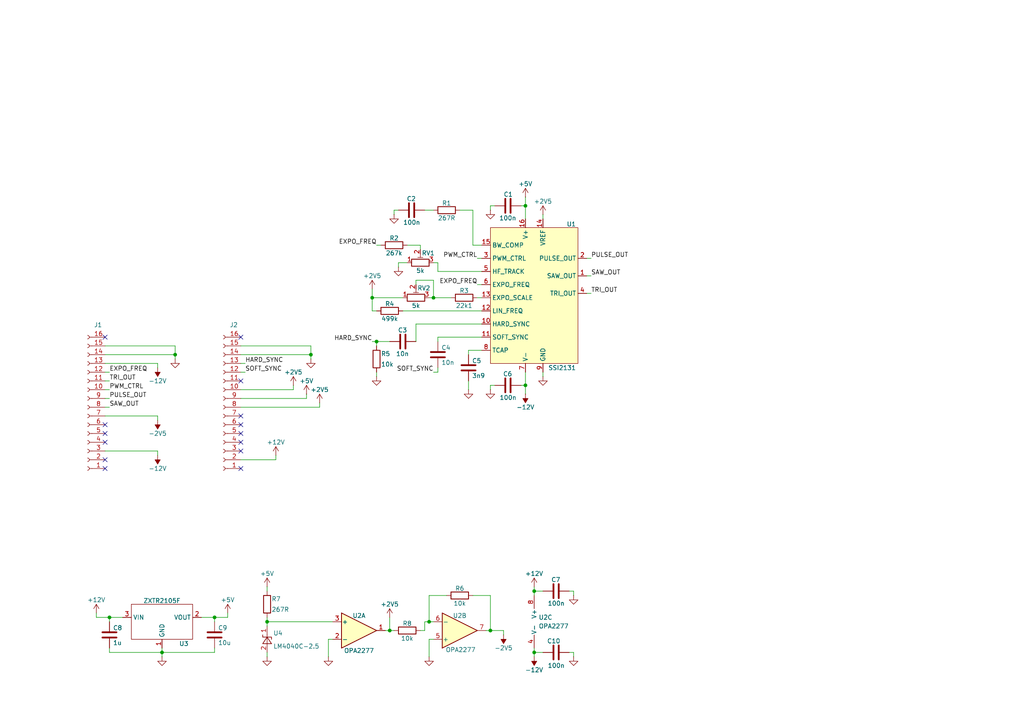
<source format=kicad_sch>
(kicad_sch (version 20231120) (generator "eeschema") (generator_version "8.0")
  (paper "A4")
  (title_block (title "SSI2131 Prototype Board") (date "2024-11-10") (rev "v0.1") (company "Ora Elektra"))
  (lib_symbols
    (symbol "Amplifier_Operational:OPA2277" (pin_names (offset 0.127))
      (property "Reference" "U" (at 0 5.08 0))
      (property "Value" "OPA2277" (at 0 -5.08 0))
      (symbol "OPA2277_1_1"
        (polyline (pts (xy -5.08 5.08) (xy 5.08 0) (xy -5.08 -5.08) (xy -5.08 5.08)) (stroke (width 0.254)) (fill (type background)))
        (pin output line (at 7.62 0 180) (length 2.54) (name "~") (number "1"))
        (pin input line (at -7.62 -2.54 0) (length 2.54) (name "-") (number "2"))
        (pin input line (at -7.62 2.54 0) (length 2.54) (name "+") (number "3"))
      )
      (symbol "OPA2277_2_1"
        (polyline (pts (xy -5.08 5.08) (xy 5.08 0) (xy -5.08 -5.08) (xy -5.08 5.08)) (stroke (width 0.254)) (fill (type background)))
        (pin input line (at -7.62 2.54 0) (length 2.54) (name "+") (number "5"))
        (pin input line (at -7.62 -2.54 0) (length 2.54) (name "-") (number "6"))
        (pin output line (at 7.62 0 180) (length 2.54) (name "~") (number "7"))
      )
      (symbol "OPA2277_3_1"
        (pin power_in line (at -2.54 -7.62 90) (length 3.81) (name "V-") (number "4"))
        (pin power_in line (at -2.54 7.62 270) (length 3.81) (name "V+") (number "8"))
      )
    )
    (symbol "Connector:Conn_01x16_Socket" (pin_names (offset 1.016) hide)
      (property "Reference" "J" (at 0 20.32 0))
      (property "Value" "Conn_01x16_Socket" (at 0 -22.86 0))
      (symbol "Conn_01x16_Socket_1_1"
        (arc (start 0 -19.812) (mid -0.5058 -20.32) (end 0 -20.828) (stroke (width 0.1524)))
        (arc (start 0 -17.272) (mid -0.5058 -17.78) (end 0 -18.288) (stroke (width 0.1524)))
        (arc (start 0 -14.732) (mid -0.5058 -15.24) (end 0 -15.748) (stroke (width 0.1524)))
        (arc (start 0 -12.192) (mid -0.5058 -12.7) (end 0 -13.208) (stroke (width 0.1524)))
        (arc (start 0 -9.652) (mid -0.5058 -10.16) (end 0 -10.668) (stroke (width 0.1524)))
        (arc (start 0 -7.112) (mid -0.5058 -7.62) (end 0 -8.128) (stroke (width 0.1524)))
        (arc (start 0 -4.572) (mid -0.5058 -5.08) (end 0 -5.588) (stroke (width 0.1524)))
        (arc (start 0 -2.032) (mid -0.5058 -2.54) (end 0 -3.048) (stroke (width 0.1524)))
        (polyline (pts (xy -1.27 -20.32) (xy -0.508 -20.32)) (stroke (width 0.1524)))
        (polyline (pts (xy -1.27 -17.78) (xy -0.508 -17.78)) (stroke (width 0.1524)))
        (polyline (pts (xy -1.27 -15.24) (xy -0.508 -15.24)) (stroke (width 0.1524)))
        (polyline (pts (xy -1.27 -12.7) (xy -0.508 -12.7)) (stroke (width 0.1524)))
        (polyline (pts (xy -1.27 -10.16) (xy -0.508 -10.16)) (stroke (width 0.1524)))
        (polyline (pts (xy -1.27 -7.62) (xy -0.508 -7.62)) (stroke (width 0.1524)))
        (polyline (pts (xy -1.27 -5.08) (xy -0.508 -5.08)) (stroke (width 0.1524)))
        (polyline (pts (xy -1.27 -2.54) (xy -0.508 -2.54)) (stroke (width 0.1524)))
        (polyline (pts (xy -1.27 0) (xy -0.508 0)) (stroke (width 0.1524)))
        (polyline (pts (xy -1.27 2.54) (xy -0.508 2.54)) (stroke (width 0.1524)))
        (polyline (pts (xy -1.27 5.08) (xy -0.508 5.08)) (stroke (width 0.1524)))
        (polyline (pts (xy -1.27 7.62) (xy -0.508 7.62)) (stroke (width 0.1524)))
        (polyline (pts (xy -1.27 10.16) (xy -0.508 10.16)) (stroke (width 0.1524)))
        (polyline (pts (xy -1.27 12.7) (xy -0.508 12.7)) (stroke (width 0.1524)))
        (polyline (pts (xy -1.27 15.24) (xy -0.508 15.24)) (stroke (width 0.1524)))
        (polyline (pts (xy -1.27 17.78) (xy -0.508 17.78)) (stroke (width 0.1524)))
        (arc (start 0 0.508) (mid -0.5058 0) (end 0 -0.508) (stroke (width 0.1524)))
        (arc (start 0 3.048) (mid -0.5058 2.54) (end 0 2.032) (stroke (width 0.1524)))
        (arc (start 0 5.588) (mid -0.5058 5.08) (end 0 4.572) (stroke (width 0.1524)))
        (arc (start 0 8.128) (mid -0.5058 7.62) (end 0 7.112) (stroke (width 0.1524)))
        (arc (start 0 10.668) (mid -0.5058 10.16) (end 0 9.652) (stroke (width 0.1524)))
        (arc (start 0 13.208) (mid -0.5058 12.7) (end 0 12.192) (stroke (width 0.1524)))
        (arc (start 0 15.748) (mid -0.5058 15.24) (end 0 14.732) (stroke (width 0.1524)))
        (arc (start 0 18.288) (mid -0.5058 17.78) (end 0 17.272) (stroke (width 0.1524)))
        (pin passive line (at -5.08 17.78 0) (length 3.81) (name "Pin_1") (number "1"))
        (pin passive line (at -5.08 -5.08 0) (length 3.81) (name "Pin_10") (number "10"))
        (pin passive line (at -5.08 -7.62 0) (length 3.81) (name "Pin_11") (number "11"))
        (pin passive line (at -5.08 -10.16 0) (length 3.81) (name "Pin_12") (number "12"))
        (pin passive line (at -5.08 -12.7 0) (length 3.81) (name "Pin_13") (number "13"))
        (pin passive line (at -5.08 -15.24 0) (length 3.81) (name "Pin_14") (number "14"))
        (pin passive line (at -5.08 -17.78 0) (length 3.81) (name "Pin_15") (number "15"))
        (pin passive line (at -5.08 -20.32 0) (length 3.81) (name "Pin_16") (number "16"))
        (pin passive line (at -5.08 15.24 0) (length 3.81) (name "Pin_2") (number "2"))
        (pin passive line (at -5.08 12.7 0) (length 3.81) (name "Pin_3") (number "3"))
        (pin passive line (at -5.08 10.16 0) (length 3.81) (name "Pin_4") (number "4"))
        (pin passive line (at -5.08 7.62 0) (length 3.81) (name "Pin_5") (number "5"))
        (pin passive line (at -5.08 5.08 0) (length 3.81) (name "Pin_6") (number "6"))
        (pin passive line (at -5.08 2.54 0) (length 3.81) (name "Pin_7") (number "7"))
        (pin passive line (at -5.08 0 0) (length 3.81) (name "Pin_8") (number "8"))
        (pin passive line (at -5.08 -2.54 0) (length 3.81) (name "Pin_9") (number "9"))
      )
    )
    (symbol "Device:C" (pin_numbers hide) (pin_names (offset 0.254))
      (property "Reference" "C" (at 0.635 2.54 0))
      (property "Value" "C" (at 0.635 -2.54 0))
      (symbol "C_0_1"
        (polyline (pts (xy -2.032 -0.762) (xy 2.032 -0.762)) (stroke (width 0.508)))
        (polyline (pts (xy -2.032 0.762) (xy 2.032 0.762)) (stroke (width 0.508)))
      )
      (symbol "C_1_1"
        (pin passive line (at 0 3.81 270) (length 2.794) (name "~") (number "1"))
        (pin passive line (at 0 -3.81 90) (length 2.794) (name "~") (number "2"))
      )
    )
    (symbol "Device:R" (pin_numbers hide) (pin_names (offset 0))
      (property "Reference" "R" (at 2.032 0 90))
      (property "Value" "R" (at 0 0 90))
      (symbol "R_0_1"
        (rectangle (start -1.016 -2.54) (end 1.016 2.54) (stroke (width 0.254)))
      )
      (symbol "R_1_1"
        (pin passive line (at 0 3.81 270) (length 1.27) (name "~") (number "1"))
        (pin passive line (at 0 -3.81 90) (length 1.27) (name "~") (number "2"))
      )
    )
    (symbol "Device:R_Potentiometer_Trim" (pin_names (offset 1.016) hide)
      (property "Reference" "RV" (at -4.445 0 90))
      (property "Value" "R_Potentiometer_Trim" (at -2.54 0 90))
      (symbol "R_Potentiometer_Trim_0_1"
        (polyline (pts (xy 1.524 0.762) (xy 1.524 -0.762)))
        (polyline (pts (xy 2.54 0) (xy 1.524 0)))
        (rectangle (start 1.016 2.54) (end -1.016 -2.54) (stroke (width 0.254)))
      )
      (symbol "R_Potentiometer_Trim_1_1"
        (pin passive line (at 0 3.81 270) (length 1.27) (name "1") (number "1"))
        (pin passive line (at 3.81 0 180) (length 1.27) (name "2") (number "2"))
        (pin passive line (at 0 -3.81 90) (length 1.27) (name "3") (number "3"))
      )
    )
    (symbol "Reference_Voltage:LM4040DBZ-2.5" (pin_names (offset 0.0254) hide)
      (property "Reference" "U" (at 0 2.54 0))
      (property "Value" "LM4040DBZ-2.5" (at 0 -3.175 0))
      (symbol "LM4040DBZ-2.5_0_1"
        (polyline (pts (xy -1.27 0) (xy 0 0) (xy 1.27 0)))
        (polyline (pts (xy -1.27 -1.27) (xy 0.635 0) (xy -1.27 1.27) (xy -1.27 -1.27)) (stroke (width 0.2032)))
        (polyline (pts (xy 0 -1.27) (xy 0.635 -1.27) (xy 0.635 1.27) (xy 1.27 1.27)) (stroke (width 0.2032)))
      )
      (symbol "LM4040DBZ-2.5_1_1"
        (pin passive line (at 3.81 0 180) (length 2.54) (name "K") (number "1"))
        (pin passive line (at -3.81 0 0) (length 2.54) (name "A") (number "2"))
        (pin no_connect line (at -1.27 0 0) (length 2.54) hide (name "NC") (number "3"))
      )
    )
    (symbol "SSI2131:SSI2131"
      (property "Reference" "U?" (at 10.16 20.066 0))
      (property "Value" "SSI2131" (at 0 0 0))
      (symbol "SSI2131_0_1"
        (rectangle (start -12.7 19.05) (end 12.7 -20.32) (fill (type background)))
      )
      (symbol "SSI2131_1_1"
        (pin output line (at 15.24 5.08 180) (length 2.54) (name "SAW_OUT") (number "1"))
        (pin input line (at -15.24 -8.89 0) (length 2.54) (name "HARD_SYNC") (number "10"))
        (pin input line (at -15.24 -12.7 0) (length 2.54) (name "SOFT_SYNC") (number "11"))
        (pin input line (at -15.24 -5.08 0) (length 2.54) (name "LIN_FREQ") (number "12"))
        (pin input line (at -15.24 -1.27 0) (length 2.54) (name "EXPO_SCALE") (number "13"))
        (pin power_in line (at 2.54 21.59 270) (length 2.54) (name "VREF") (number "14"))
        (pin bidirectional line (at -15.24 13.97 0) (length 2.54) (name "BW_COMP") (number "15"))
        (pin power_in line (at -2.54 21.59 270) (length 2.54) (name "V+") (number "16"))
        (pin output line (at 15.24 10.16 180) (length 2.54) (name "PULSE_OUT") (number "2"))
        (pin input line (at -15.24 10.16 0) (length 2.54) (name "PWM_CTRL") (number "3"))
        (pin output line (at 15.24 0 180) (length 2.54) (name "TRI_OUT") (number "4"))
        (pin output line (at -15.24 6.35 0) (length 2.54) (name "HF_TRACK") (number "5"))
        (pin input line (at -15.24 2.54 0) (length 2.54) (name "EXPO_FREQ") (number "6"))
        (pin power_in line (at -2.54 -22.86 90) (length 2.54) (name "V-") (number "7"))
        (pin bidirectional line (at -15.24 -16.51 0) (length 2.54) (name "TCAP") (number "8"))
        (pin passive line (at 2.54 -22.86 90) (length 2.54) (name "GND") (number "9"))
      )
    )
    (symbol "ZXTR2105F:ZXTR2105F"
      (property "Reference" "U?" (at 0 5.08 0))
      (property "Value" "ZXTR2105F" (at 0 0 0))
      (symbol "ZXTR2105F_0_1"
        (rectangle (start -8.89 6.35) (end 8.89 -3.81))
      )
      (symbol "ZXTR2105F_1_1"
        (pin passive line (at 0 -6.35 90) (length 2.54) (name "GND") (number "1"))
        (pin power_out line (at 11.43 2.54 180) (length 2.54) (name "VOUT") (number "2"))
        (pin power_in line (at -11.43 2.54 0) (length 2.54) (name "VIN") (number "3"))
      )
    )
    (symbol "power:+5V" (power) (pin_numbers hide) (pin_names (offset 0) hide)
      (property "Value" "+5V" (at 0 3.556 0))
      (symbol "+5V_0_1"
        (polyline (pts (xy -0.762 1.27) (xy 0 2.54)))
        (polyline (pts (xy 0 0) (xy 0 2.54)))
        (polyline (pts (xy 0 2.54) (xy 0.762 1.27)))
      )
      (symbol "+5V_1_1"
        (pin power_in line (at 0 0 90) (length 0) (name "~") (number "1"))
      )
    )
    (symbol "power:-12V" (power) (pin_numbers hide) (pin_names (offset 0) hide)
      (property "Value" "-12V" (at 0 3.556 0))
      (symbol "-12V_0_0"
        (pin power_in line (at 0 0 90) (length 0) (name "~") (number "1"))
      )
      (symbol "-12V_0_1"
        (polyline (pts (xy 0 0) (xy 0 1.27) (xy 0.762 1.27) (xy 0 2.54) (xy -0.762 1.27) (xy 0 1.27)) (fill (type outline)))
      )
    )
    (symbol "power:GND" (power) (pin_numbers hide) (pin_names (offset 0) hide)
      (property "Value" "GND" (at 0 -3.81 0))
      (symbol "GND_0_1"
        (polyline (pts (xy 0 0) (xy 0 -1.27) (xy 1.27 -1.27) (xy 0 -2.54) (xy -1.27 -1.27) (xy 0 -1.27)))
      )
      (symbol "GND_1_1"
        (pin power_in line (at 0 0 270) (length 0) (name "~") (number "1"))
      )
    )
  )
  (junction (at 50.8 102.87))
  (junction (at 154.94 171.45))
  (junction (at 113.03 182.88))
  (junction (at 109.22 99.06))
  (junction (at 90.17 102.87))
  (junction (at 46.99 189.23))
  (junction (at 152.4 59.69))
  (junction (at 125.73 86.36))
  (junction (at 62.23 179.07))
  (junction (at 77.47 180.34))
  (junction (at 124.46 180.34))
  (junction (at 154.94 189.23))
  (junction (at 142.24 182.88))
  (junction (at 152.4 111.76))
  (junction (at 107.95 86.36))
  (junction (at 31.75 179.07))
  (no_connect (at 30.48 133.35))
  (no_connect (at 69.85 123.19))
  (no_connect (at 69.85 110.49))
  (no_connect (at 69.85 130.81))
  (no_connect (at 69.85 128.27))
  (no_connect (at 69.85 97.79))
  (no_connect (at 30.48 128.27))
  (no_connect (at 69.85 125.73))
  (no_connect (at 30.48 125.73))
  (no_connect (at 30.48 135.89))
  (no_connect (at 30.48 123.19))
  (no_connect (at 30.48 97.79))
  (no_connect (at 69.85 120.65))
  (no_connect (at 69.85 135.89))
  (wire (pts (xy 62.23 180.34) (xy 62.23 179.07)))
  (wire (pts (xy 124.46 180.34) (xy 125.73 180.34)))
  (wire (pts (xy 92.71 118.11) (xy 92.71 116.84)))
  (wire (pts (xy 77.47 179.07) (xy 77.47 180.34)))
  (wire (pts (xy 166.37 189.23) (xy 165.1 189.23)))
  (wire (pts (xy 31.75 179.07) (xy 35.56 179.07)))
  (wire (pts (xy 69.85 133.35) (xy 80.01 133.35)))
  (wire (pts (xy 69.85 107.95) (xy 71.12 107.95)))
  (wire (pts (xy 77.47 180.34) (xy 77.47 181.61)))
  (wire (pts (xy 111.76 182.88) (xy 113.03 182.88)))
  (wire (pts (xy 166.37 171.45) (xy 165.1 171.45)))
  (wire (pts (xy 27.94 179.07) (xy 31.75 179.07)))
  (wire (pts (xy 109.22 71.12) (xy 110.49 71.12)))
  (wire (pts (xy 121.92 71.12) (xy 121.92 72.39)))
  (wire (pts (xy 69.85 105.41) (xy 71.12 105.41)))
  (wire (pts (xy 45.72 121.92) (xy 45.72 120.65)))
  (wire (pts (xy 154.94 187.96) (xy 154.94 189.23)))
  (wire (pts (xy 46.99 189.23) (xy 46.99 190.5)))
  (wire (pts (xy 138.43 86.36) (xy 139.7 86.36)))
  (wire (pts (xy 45.72 105.41) (xy 30.48 105.41)))
  (wire (pts (xy 125.73 86.36) (xy 130.81 86.36)))
  (wire (pts (xy 95.25 185.42) (xy 96.52 185.42)))
  (wire (pts (xy 137.16 60.96) (xy 137.16 71.12)))
  (wire (pts (xy 107.95 86.36) (xy 116.84 86.36)))
  (wire (pts (xy 30.48 113.03) (xy 31.75 113.03)))
  (wire (pts (xy 118.11 71.12) (xy 121.92 71.12)))
  (wire (pts (xy 157.48 62.23) (xy 157.48 63.5)))
  (wire (pts (xy 125.73 81.28) (xy 125.73 86.36)))
  (wire (pts (xy 116.84 90.17) (xy 139.7 90.17)))
  (wire (pts (xy 114.3 62.23) (xy 114.3 60.96)))
  (wire (pts (xy 90.17 100.33) (xy 90.17 102.87)))
  (wire (pts (xy 31.75 187.96) (xy 31.75 189.23)))
  (wire (pts (xy 30.48 107.95) (xy 31.75 107.95)))
  (wire (pts (xy 113.03 179.07) (xy 113.03 182.88)))
  (wire (pts (xy 95.25 190.5) (xy 95.25 185.42)))
  (wire (pts (xy 77.47 189.23) (xy 77.47 190.5)))
  (wire (pts (xy 152.4 111.76) (xy 152.4 114.3)))
  (wire (pts (xy 138.43 82.55) (xy 139.7 82.55)))
  (wire (pts (xy 124.46 86.36) (xy 125.73 86.36)))
  (wire (pts (xy 127 99.06) (xy 127 97.79)))
  (wire (pts (xy 135.89 101.6) (xy 139.7 101.6)))
  (wire (pts (xy 45.72 120.65) (xy 30.48 120.65)))
  (wire (pts (xy 69.85 113.03) (xy 85.09 113.03)))
  (wire (pts (xy 120.65 82.55) (xy 120.65 81.28)))
  (wire (pts (xy 46.99 187.96) (xy 46.99 189.23)))
  (wire (pts (xy 123.19 60.96) (xy 125.73 60.96)))
  (wire (pts (xy 154.94 171.45) (xy 154.94 172.72)))
  (wire (pts (xy 154.94 171.45) (xy 157.48 171.45)))
  (wire (pts (xy 154.94 189.23) (xy 157.48 189.23)))
  (wire (pts (xy 135.89 102.87) (xy 135.89 101.6)))
  (wire (pts (xy 166.37 172.72) (xy 166.37 171.45)))
  (wire (pts (xy 50.8 104.14) (xy 50.8 102.87)))
  (wire (pts (xy 127 97.79) (xy 139.7 97.79)))
  (wire (pts (xy 107.95 83.82) (xy 107.95 86.36)))
  (wire (pts (xy 166.37 190.5) (xy 166.37 189.23)))
  (wire (pts (xy 127 76.2) (xy 125.73 76.2)))
  (wire (pts (xy 77.47 170.18) (xy 77.47 171.45)))
  (wire (pts (xy 66.04 177.8) (xy 66.04 179.07)))
  (wire (pts (xy 30.48 110.49) (xy 31.75 110.49)))
  (wire (pts (xy 30.48 115.57) (xy 31.75 115.57)))
  (wire (pts (xy 90.17 104.14) (xy 90.17 102.87)))
  (wire (pts (xy 120.65 93.98) (xy 139.7 93.98)))
  (wire (pts (xy 143.51 111.76) (xy 142.24 111.76)))
  (wire (pts (xy 127 78.74) (xy 127 76.2)))
  (wire (pts (xy 27.94 177.8) (xy 27.94 179.07)))
  (wire (pts (xy 30.48 118.11) (xy 31.75 118.11)))
  (wire (pts (xy 135.89 110.49) (xy 135.89 113.03)))
  (wire (pts (xy 107.95 99.06) (xy 109.22 99.06)))
  (wire (pts (xy 137.16 71.12) (xy 139.7 71.12)))
  (wire (pts (xy 62.23 187.96) (xy 62.23 189.23)))
  (wire (pts (xy 154.94 189.23) (xy 154.94 190.5)))
  (wire (pts (xy 121.92 182.88) (xy 123.19 182.88)))
  (wire (pts (xy 114.3 60.96) (xy 115.57 60.96)))
  (wire (pts (xy 88.9 115.57) (xy 88.9 114.3)))
  (wire (pts (xy 124.46 172.72) (xy 124.46 180.34)))
  (wire (pts (xy 85.09 111.76) (xy 85.09 113.03)))
  (wire (pts (xy 152.4 59.69) (xy 152.4 63.5)))
  (wire (pts (xy 124.46 190.5) (xy 124.46 185.42)))
  (wire (pts (xy 125.73 107.95) (xy 127 107.95)))
  (wire (pts (xy 90.17 102.87) (xy 69.85 102.87)))
  (wire (pts (xy 50.8 102.87) (xy 30.48 102.87)))
  (wire (pts (xy 170.18 85.09) (xy 171.45 85.09)))
  (wire (pts (xy 107.95 86.36) (xy 107.95 90.17)))
  (wire (pts (xy 152.4 111.76) (xy 151.13 111.76)))
  (wire (pts (xy 115.57 76.2) (xy 115.57 77.47)))
  (wire (pts (xy 69.85 115.57) (xy 88.9 115.57)))
  (wire (pts (xy 127 78.74) (xy 139.7 78.74)))
  (wire (pts (xy 133.35 60.96) (xy 137.16 60.96)))
  (wire (pts (xy 170.18 80.01) (xy 171.45 80.01)))
  (wire (pts (xy 129.54 172.72) (xy 124.46 172.72)))
  (wire (pts (xy 170.18 74.93) (xy 171.45 74.93)))
  (wire (pts (xy 120.65 99.06) (xy 120.65 93.98)))
  (wire (pts (xy 142.24 182.88) (xy 140.97 182.88)))
  (wire (pts (xy 62.23 179.07) (xy 58.42 179.07)))
  (wire (pts (xy 142.24 172.72) (xy 142.24 182.88)))
  (wire (pts (xy 146.05 184.15) (xy 146.05 182.88)))
  (wire (pts (xy 107.95 90.17) (xy 109.22 90.17)))
  (wire (pts (xy 30.48 130.81) (xy 45.72 130.81)))
  (wire (pts (xy 152.4 59.69) (xy 151.13 59.69)))
  (wire (pts (xy 142.24 111.76) (xy 142.24 113.03)))
  (wire (pts (xy 138.43 74.93) (xy 139.7 74.93)))
  (wire (pts (xy 113.03 182.88) (xy 114.3 182.88)))
  (wire (pts (xy 69.85 100.33) (xy 90.17 100.33)))
  (wire (pts (xy 109.22 100.33) (xy 109.22 99.06)))
  (wire (pts (xy 62.23 189.23) (xy 46.99 189.23)))
  (wire (pts (xy 142.24 59.69) (xy 143.51 59.69)))
  (wire (pts (xy 154.94 170.18) (xy 154.94 171.45)))
  (wire (pts (xy 69.85 118.11) (xy 92.71 118.11)))
  (wire (pts (xy 157.48 107.95) (xy 157.48 109.22)))
  (wire (pts (xy 152.4 57.15) (xy 152.4 59.69)))
  (wire (pts (xy 142.24 60.96) (xy 142.24 59.69)))
  (wire (pts (xy 45.72 106.68) (xy 45.72 105.41)))
  (wire (pts (xy 77.47 180.34) (xy 96.52 180.34)))
  (wire (pts (xy 45.72 132.08) (xy 45.72 130.81)))
  (wire (pts (xy 109.22 107.95) (xy 109.22 109.22)))
  (wire (pts (xy 109.22 99.06) (xy 113.03 99.06)))
  (wire (pts (xy 137.16 172.72) (xy 142.24 172.72)))
  (wire (pts (xy 146.05 182.88) (xy 142.24 182.88)))
  (wire (pts (xy 123.19 182.88) (xy 123.19 180.34)))
  (wire (pts (xy 31.75 179.07) (xy 31.75 180.34)))
  (wire (pts (xy 152.4 107.95) (xy 152.4 111.76)))
  (wire (pts (xy 66.04 179.07) (xy 62.23 179.07)))
  (wire (pts (xy 123.19 180.34) (xy 124.46 180.34)))
  (wire (pts (xy 124.46 185.42) (xy 125.73 185.42)))
  (wire (pts (xy 30.48 100.33) (xy 50.8 100.33)))
  (wire (pts (xy 50.8 100.33) (xy 50.8 102.87)))
  (wire (pts (xy 80.01 133.35) (xy 80.01 132.08)))
  (wire (pts (xy 118.11 76.2) (xy 115.57 76.2)))
  (wire (pts (xy 120.65 81.28) (xy 125.73 81.28)))
  (wire (pts (xy 127 107.95) (xy 127 106.68)))
  (wire (pts (xy 31.75 189.23) (xy 46.99 189.23)))
  (label "SAW_OUT" (at 31.75 118.11 0))
  (label "PULSE_OUT" (at 171.45 74.93 0))
  (label "EXPO_FREQ" (at 31.75 107.95 0))
  (label "SOFT_SYNC" (at 71.12 107.95 0))
  (label "HARD_SYNC" (at 71.12 105.41 0))
  (label "PULSE_OUT" (at 31.75 115.57 0))
  (label "TRI_OUT" (at 171.45 85.09 0))
  (label "PWM_CTRL" (at 138.43 74.93 180))
  (label "EXPO_FREQ" (at 138.43 82.55 180))
  (label "SAW_OUT" (at 171.45 80.01 0))
  (label "SOFT_SYNC" (at 125.73 107.95 180))
  (label "TRI_OUT" (at 31.75 110.49 0))
  (label "EXPO_FREQ" (at 109.22 71.12 180))
  (label "HARD_SYNC" (at 107.95 99.06 180))
  (label "PWM_CTRL" (at 31.75 113.03 0))
  (symbol (lib_id "Device:C") (at 127 102.87 0) (unit 1)
    (property "Reference" "C4" (at 128.016 100.838 0) (effects (justify left)))
    (property "Value" "10n" (at 128.016 105.156 0) (effects (justify left)))
    (property "Footprint" "Capacitor_SMD:C_0805_2012Metric_Pad1.18x1.45mm_HandSolder" (effects (hide yes)))
    (property "Description" "Unpolarized capacitor" (effects (hide yes)))
  )
  (symbol (lib_id "power:+5V") (at 80.01 132.08 0) (unit 1)
    (property "Reference" "#PWR027" (effects (hide yes)))
    (property "Value" "+12V" (at 80.01 128.27 0))
    (property "Description" "Power symbol creates a global label with name \"+5V\"" (effects (hide yes)))
  )
  (symbol (lib_id "power:GND") (at 135.89 113.03 0) (unit 1)
    (property "Reference" "#PWR09" (effects (hide yes)))
    (property "Value" "GND" (effects (hide yes)))
    (property "Description" "Power symbol creates a global label with name \"GND\" , ground" (effects (hide yes)))
  )
  (symbol (lib_id "Device:R_Potentiometer_Trim") (at 120.65 86.36 90) (unit 1)
    (property "Reference" "RV2" (at 122.936 83.566 90))
    (property "Value" "5k" (at 120.65 88.646 90))
    (property "Footprint" "Potentiometer_THT:Potentiometer_Bourns_3296W_Vertical" (effects (hide yes)))
    (property "Description" "Trim-potentiometer" (effects (hide yes)))
  )
  (symbol (lib_id "power:GND") (at 157.48 109.22 0) (unit 1)
    (property "Reference" "#PWR08" (effects (hide yes)))
    (property "Value" "GND" (effects (hide yes)))
    (property "Description" "Power symbol creates a global label with name \"GND\" , ground" (effects (hide yes)))
  )
  (symbol (lib_id "power:+5V") (at 27.94 177.8 0) (unit 1)
    (property "Reference" "#PWR015" (effects (hide yes)))
    (property "Value" "+12V" (at 27.94 173.99 0))
    (property "Description" "Power symbol creates a global label with name \"+5V\"" (effects (hide yes)))
  )
  (symbol (lib_id "Device:R") (at 114.3 71.12 90) (unit 1)
    (property "Reference" "R2" (at 114.3 69.088 90))
    (property "Value" "267k" (at 114.3 73.406 90))
    (property "Footprint" "Resistor_SMD:R_0805_2012Metric_Pad1.20x1.40mm_HandSolder" (effects (hide yes)))
    (property "Description" "Resistor" (effects (hide yes)))
  )
  (symbol (lib_id "power:-12V") (at 154.94 190.5 180) (unit 1)
    (property "Reference" "#PWR023" (effects (hide yes)))
    (property "Value" "-12V" (at 154.94 194.31 0))
    (property "Description" "Power symbol creates a global label with name \"-12V\"" (effects (hide yes)))
  )
  (symbol (lib_id "Device:R") (at 134.62 86.36 90) (unit 1)
    (property "Reference" "R3" (at 134.62 84.328 90))
    (property "Value" "22k1" (at 134.62 88.646 90))
    (property "Footprint" "Resistor_SMD:R_0805_2012Metric_Pad1.20x1.40mm_HandSolder" (effects (hide yes)))
    (property "Description" "Resistor" (effects (hide yes)))
  )
  (symbol (lib_id "Device:C") (at 135.89 106.68 0) (unit 1)
    (property "Reference" "C5" (at 136.906 104.648 0) (effects (justify left)))
    (property "Value" "3n9" (at 136.906 108.966 0) (effects (justify left)))
    (property "Footprint" "Capacitor_SMD:C_0805_2012Metric_Pad1.18x1.45mm_HandSolder" (effects (hide yes)))
    (property "Description" "Unpolarized capacitor" (effects (hide yes)))
  )
  (symbol (lib_id "power:+5V") (at 107.95 83.82 0) (unit 1)
    (property "Reference" "#PWR06" (effects (hide yes)))
    (property "Value" "+2V5" (at 107.95 80.01 0))
    (property "Description" "Power symbol creates a global label with name \"+5V\"" (effects (hide yes)))
  )
  (symbol (lib_id "power:GND") (at 166.37 172.72 0) (unit 1)
    (property "Reference" "#PWR014" (effects (hide yes)))
    (property "Value" "GND" (effects (hide yes)))
    (property "Description" "Power symbol creates a global label with name \"GND\" , ground" (effects (hide yes)))
  )
  (symbol (lib_id "power:-12V") (at 45.72 132.08 180) (unit 1)
    (property "Reference" "#PWR031" (effects (hide yes)))
    (property "Value" "-12V" (at 45.72 135.89 0))
    (property "Description" "Power symbol creates a global label with name \"-12V\"" (effects (hide yes)))
  )
  (symbol (lib_id "Connector:Conn_01x16_Socket") (at 25.4 118.11 180) (unit 1) (in_bom no)
    (property "Reference" "J1" (at 28.448 94.234 0))
    (property "Value" "Conn_01x16_Socket" (effects (hide yes)))
    (property "Footprint" "Connector_PinSocket_2.54mm:PinSocket_1x16_P2.54mm_Vertical" (effects (hide yes)))
    (property "Description" "Generic connector, single row, 01x16, script generated" (effects (hide yes)))
  )
  (symbol (lib_id "SSI2131:SSI2131") (at 154.94 85.09 0) (unit 1)
    (property "Reference" "U1" (at 164.338 65.024 0) (effects (justify left)))
    (property "Value" "SSI2131" (at 159.004 106.68 0) (effects (justify left)))
    (property "Footprint" "Package_SO:SOIC-16_3.9x9.9mm_P1.27mm" (effects (hide yes)))
    (property "Datasheet" "https://www.soundsemiconductor.com/downloads/ssi2131datasheet.pdf" (effects (hide yes)))
  )
  (symbol (lib_id "power:+5V") (at 154.94 170.18 0) (unit 1)
    (property "Reference" "#PWR013" (effects (hide yes)))
    (property "Value" "+12V" (at 154.94 166.37 0))
    (property "Description" "Power symbol creates a global label with name \"+5V\"" (effects (hide yes)))
  )
  (symbol (lib_id "power:GND") (at 77.47 190.5 0) (unit 1)
    (property "Reference" "#PWR020" (effects (hide yes)))
    (property "Value" "GND" (effects (hide yes)))
    (property "Description" "Power symbol creates a global label with name \"GND\" , ground" (effects (hide yes)))
  )
  (symbol (lib_id "Device:R") (at 77.47 175.26 0) (unit 1)
    (property "Reference" "R7" (at 78.74 173.736 0) (effects (justify left)))
    (property "Value" "267R" (at 78.74 176.784 0) (effects (justify left)))
    (property "Footprint" "Resistor_SMD:R_0805_2012Metric_Pad1.20x1.40mm_HandSolder" (effects (hide yes)))
    (property "Description" "Resistor" (effects (hide yes)))
  )
  (symbol (lib_id "power:GND") (at 142.24 60.96 0) (mirror y) (unit 1)
    (property "Reference" "#PWR02" (effects (hide yes)))
    (property "Value" "GND" (effects (hide yes)))
    (property "Description" "Power symbol creates a global label with name \"GND\" , ground" (effects (hide yes)))
  )
  (symbol (lib_id "power:+5V") (at 152.4 57.15 0) (mirror y) (unit 1)
    (property "Reference" "#PWR01" (effects (hide yes)))
    (property "Value" "+5V" (at 152.4 53.34 0))
    (property "Description" "Power symbol creates a global label with name \"+5V\"" (effects (hide yes)))
  )
  (symbol (lib_id "power:-12V") (at 45.72 121.92 0) (mirror x) (unit 1)
    (property "Reference" "#PWR032" (effects (hide yes)))
    (property "Value" "-2V5" (at 45.72 125.73 0))
    (property "Description" "Power symbol creates a global label with name \"-12V\"" (effects (hide yes)))
  )
  (symbol (lib_id "Device:R") (at 113.03 90.17 90) (unit 1)
    (property "Reference" "R4" (at 113.03 88.138 90))
    (property "Value" "499k" (at 113.03 92.456 90))
    (property "Footprint" "Resistor_SMD:R_0805_2012Metric_Pad1.20x1.40mm_HandSolder" (effects (hide yes)))
    (property "Description" "Resistor" (effects (hide yes)))
  )
  (symbol (lib_id "power:GND") (at 142.24 113.03 0) (unit 1)
    (property "Reference" "#PWR010" (effects (hide yes)))
    (property "Value" "GND" (effects (hide yes)))
    (property "Description" "Power symbol creates a global label with name \"GND\" , ground" (effects (hide yes)))
  )
  (symbol (lib_id "Device:C") (at 31.75 184.15 0) (unit 1)
    (property "Reference" "C8" (at 32.766 182.118 0) (effects (justify left)))
    (property "Value" "1u" (at 32.766 186.436 0) (effects (justify left)))
    (property "Footprint" "Capacitor_SMD:C_0805_2012Metric_Pad1.18x1.45mm_HandSolder" (effects (hide yes)))
    (property "Description" "Unpolarized capacitor" (effects (hide yes)))
  )
  (symbol (lib_id "power:GND") (at 114.3 62.23 0) (mirror y) (unit 1)
    (property "Reference" "#PWR03" (effects (hide yes)))
    (property "Value" "GND" (effects (hide yes)))
    (property "Description" "Power symbol creates a global label with name \"GND\" , ground" (effects (hide yes)))
  )
  (symbol (lib_id "power:-12V") (at 152.4 114.3 180) (unit 1)
    (property "Reference" "#PWR011" (effects (hide yes)))
    (property "Value" "-12V" (at 152.4 118.11 0))
    (property "Description" "Power symbol creates a global label with name \"-12V\"" (effects (hide yes)))
  )
  (symbol (lib_id "power:GND") (at 166.37 190.5 0) (unit 1)
    (property "Reference" "#PWR024" (effects (hide yes)))
    (property "Value" "GND" (effects (hide yes)))
    (property "Description" "Power symbol creates a global label with name \"GND\" , ground" (effects (hide yes)))
  )
  (symbol (lib_id "Device:R") (at 118.11 182.88 90) (unit 1)
    (property "Reference" "R8" (at 118.11 180.848 90))
    (property "Value" "10k" (at 118.11 185.166 90))
    (property "Footprint" "Resistor_SMD:R_0805_2012Metric_Pad1.20x1.40mm_HandSolder" (effects (hide yes)))
    (property "Description" "Resistor" (effects (hide yes)))
  )
  (symbol (lib_id "power:+5V") (at 77.47 170.18 0) (unit 1)
    (property "Reference" "#PWR012" (effects (hide yes)))
    (property "Value" "+5V" (at 77.47 166.37 0))
    (property "Description" "Power symbol creates a global label with name \"+5V\"" (effects (hide yes)))
  )
  (symbol (lib_id "power:GND") (at 46.99 190.5 0) (unit 1)
    (property "Reference" "#PWR019" (effects (hide yes)))
    (property "Value" "GND" (effects (hide yes)))
    (property "Description" "Power symbol creates a global label with name \"GND\" , ground" (effects (hide yes)))
  )
  (symbol (lib_id "power:+5V") (at 85.09 111.76 0) (unit 1)
    (property "Reference" "#PWR026" (effects (hide yes)))
    (property "Value" "+2V5" (at 85.09 107.95 0))
    (property "Description" "Power symbol creates a global label with name \"+5V\"" (effects (hide yes)))
  )
  (symbol (lib_id "Reference_Voltage:LM4040DBZ-2.5") (at 77.47 185.42 90) (unit 1)
    (property "Reference" "U4" (at 79.248 183.642 90) (effects (justify right)))
    (property "Value" "LM4040C-2.5" (at 79.248 187.452 90) (effects (justify right)))
    (property "Footprint" "Package_TO_SOT_SMD:SOT-23" (effects (hide yes)))
    (property "Datasheet" "http://www.ti.com/lit/ds/symlink/lm4040-n.pdf" (effects (hide yes)))
    (property "Description" "2.500V Precision Micropower Shunt Voltage Reference, SOT-23" (effects (hide yes)))
  )
  (symbol (lib_id "power:+5V") (at 157.48 62.23 0) (unit 1)
    (property "Reference" "#PWR04" (effects (hide yes)))
    (property "Value" "+2V5" (at 157.48 58.42 0))
    (property "Description" "Power symbol creates a global label with name \"+5V\"" (effects (hide yes)))
  )
  (symbol (lib_id "Amplifier_Operational:OPA2277") (at 104.14 182.88 0) (unit 1)
    (property "Reference" "U2" (at 104.14 178.562 0))
    (property "Value" "OPA2277" (at 104.14 188.722 0))
    (property "Footprint" "Package_SO:SOIC-8_3.9x4.9mm_P1.27mm" (effects (hide yes)))
    (property "Datasheet" "https://www.ti.com/lit/ds/symlink/opa2277.pdf" (effects (hide yes)))
    (property "Description" "Dual High Precision Operational Amplifiers, DIP-8/SOIC-8" (effects (hide yes)))
  )
  (symbol (lib_id "power:-12V") (at 146.05 184.15 180) (unit 1)
    (property "Reference" "#PWR018" (effects (hide yes)))
    (property "Value" "-2V5" (at 146.05 187.96 0))
    (property "Description" "Power symbol creates a global label with name \"-12V\"" (effects (hide yes)))
  )
  (symbol (lib_id "ZXTR2105F:ZXTR2105F") (at 46.99 181.61 0) (unit 1)
    (property "Reference" "U3" (at 53.34 186.69 0))
    (property "Value" "ZXTR2105F" (at 46.99 174.244 0))
    (property "Footprint" "Package_TO_SOT_SMD:SOT-23" (effects (hide yes)))
    (property "Datasheet" "https://www.diodes.com/assets/Datasheets/ZXTR2105F.pdf" (effects (hide yes)))
  )
  (symbol (lib_id "power:GND") (at 95.25 190.5 0) (unit 1)
    (property "Reference" "#PWR021" (effects (hide yes)))
    (property "Value" "GND" (effects (hide yes)))
    (property "Description" "Power symbol creates a global label with name \"GND\" , ground" (effects (hide yes)))
  )
  (symbol (lib_id "power:GND") (at 109.22 109.22 0) (unit 1)
    (property "Reference" "#PWR07" (effects (hide yes)))
    (property "Value" "GND" (effects (hide yes)))
    (property "Description" "Power symbol creates a global label with name \"GND\" , ground" (effects (hide yes)))
  )
  (symbol (lib_id "power:GND") (at 115.57 77.47 0) (unit 1)
    (property "Reference" "#PWR05" (effects (hide yes)))
    (property "Value" "GND" (effects (hide yes)))
    (property "Description" "Power symbol creates a global label with name \"GND\" , ground" (effects (hide yes)))
  )
  (symbol (lib_id "power:GND") (at 124.46 190.5 0) (unit 1)
    (property "Reference" "#PWR022" (effects (hide yes)))
    (property "Value" "GND" (effects (hide yes)))
    (property "Description" "Power symbol creates a global label with name \"GND\" , ground" (effects (hide yes)))
  )
  (symbol (lib_id "power:+5V") (at 66.04 177.8 0) (unit 1)
    (property "Reference" "#PWR016" (effects (hide yes)))
    (property "Value" "+5V" (at 66.04 173.99 0))
    (property "Description" "Power symbol creates a global label with name \"+5V\"" (effects (hide yes)))
  )
  (symbol (lib_id "power:-12V") (at 45.72 106.68 0) (mirror x) (unit 1)
    (property "Reference" "#PWR030" (effects (hide yes)))
    (property "Value" "-12V" (at 45.72 110.49 0))
    (property "Description" "Power symbol creates a global label with name \"-12V\"" (effects (hide yes)))
  )
  (symbol (lib_id "Device:R_Potentiometer_Trim") (at 121.92 76.2 90) (unit 1)
    (property "Reference" "RV1" (at 124.206 73.406 90))
    (property "Value" "5k" (at 121.92 78.486 90))
    (property "Footprint" "Potentiometer_THT:Potentiometer_Bourns_3296W_Vertical" (effects (hide yes)))
    (property "Description" "Trim-potentiometer" (effects (hide yes)))
  )
  (symbol (lib_id "Device:C") (at 161.29 171.45 90) (unit 1)
    (property "Reference" "C7" (at 162.56 168.148 90) (effects (justify left)))
    (property "Value" "100n" (at 163.83 175.006 90) (effects (justify left)))
    (property "Footprint" "Capacitor_SMD:C_0805_2012Metric_Pad1.18x1.45mm_HandSolder" (effects (hide yes)))
    (property "Description" "Unpolarized capacitor" (effects (hide yes)))
  )
  (symbol (lib_id "Connector:Conn_01x16_Socket") (at 64.77 118.11 180) (unit 1) (in_bom no)
    (property "Reference" "J2" (at 67.818 94.234 0))
    (property "Value" "Conn_01x16_Socket" (effects (hide yes)))
    (property "Footprint" "Connector_PinSocket_2.54mm:PinSocket_1x16_P2.54mm_Vertical" (effects (hide yes)))
    (property "Description" "Generic connector, single row, 01x16, script generated" (effects (hide yes)))
  )
  (symbol (lib_id "Device:C") (at 147.32 59.69 270) (mirror x) (unit 1)
    (property "Reference" "C1" (at 146.05 56.388 90) (effects (justify left)))
    (property "Value" "100n" (at 144.78 63.246 90) (effects (justify left)))
    (property "Footprint" "Capacitor_SMD:C_0805_2012Metric_Pad1.18x1.45mm_HandSolder" (effects (hide yes)))
    (property "Description" "Unpolarized capacitor" (effects (hide yes)))
  )
  (symbol (lib_id "Device:R") (at 133.35 172.72 90) (unit 1)
    (property "Reference" "R6" (at 133.35 170.688 90))
    (property "Value" "10k" (at 133.35 175.006 90))
    (property "Footprint" "Resistor_SMD:R_0805_2012Metric_Pad1.20x1.40mm_HandSolder" (effects (hide yes)))
    (property "Description" "Resistor" (effects (hide yes)))
  )
  (symbol (lib_id "Device:C") (at 147.32 111.76 90) (unit 1)
    (property "Reference" "C6" (at 148.59 108.458 90) (effects (justify left)))
    (property "Value" "100n" (at 149.86 115.316 90) (effects (justify left)))
    (property "Footprint" "Capacitor_SMD:C_0805_2012Metric_Pad1.18x1.45mm_HandSolder" (effects (hide yes)))
    (property "Description" "Unpolarized capacitor" (effects (hide yes)))
  )
  (symbol (lib_id "power:+5V") (at 88.9 114.3 0) (unit 1)
    (property "Reference" "#PWR025" (effects (hide yes)))
    (property "Value" "+5V" (at 88.9 110.49 0))
    (property "Description" "Power symbol creates a global label with name \"+5V\"" (effects (hide yes)))
  )
  (symbol (lib_id "Device:C") (at 161.29 189.23 90) (unit 1)
    (property "Reference" "C10" (at 162.56 185.928 90) (effects (justify left)))
    (property "Value" "100n" (at 163.83 193.04 90) (effects (justify left)))
    (property "Footprint" "Capacitor_SMD:C_0805_2012Metric_Pad1.18x1.45mm_HandSolder" (effects (hide yes)))
    (property "Description" "Unpolarized capacitor" (effects (hide yes)))
  )
  (symbol (lib_id "Device:R") (at 129.54 60.96 90) (unit 1)
    (property "Reference" "R1" (at 129.54 58.928 90))
    (property "Value" "267R" (at 129.54 63.246 90))
    (property "Footprint" "Resistor_SMD:R_0805_2012Metric_Pad1.20x1.40mm_HandSolder" (effects (hide yes)))
    (property "Description" "Resistor" (effects (hide yes)))
  )
  (symbol (lib_id "power:+5V") (at 92.71 116.84 0) (unit 1)
    (property "Reference" "#PWR033" (effects (hide yes)))
    (property "Value" "+2V5" (at 92.71 113.03 0))
    (property "Description" "Power symbol creates a global label with name \"+5V\"" (effects (hide yes)))
  )
  (symbol (lib_id "Device:C") (at 116.84 99.06 90) (unit 1)
    (property "Reference" "C3" (at 118.11 95.758 90) (effects (justify left)))
    (property "Value" "10n" (at 118.618 102.616 90) (effects (justify left)))
    (property "Footprint" "Capacitor_SMD:C_0805_2012Metric_Pad1.18x1.45mm_HandSolder" (effects (hide yes)))
    (property "Description" "Unpolarized capacitor" (effects (hide yes)))
  )
  (symbol (lib_id "power:GND") (at 50.8 104.14 0) (unit 1)
    (property "Reference" "#PWR028" (effects (hide yes)))
    (property "Value" "GND" (effects (hide yes)))
    (property "Description" "Power symbol creates a global label with name \"GND\" , ground" (effects (hide yes)))
  )
  (symbol (lib_id "Device:C") (at 119.38 60.96 90) (unit 1)
    (property "Reference" "C2" (at 120.65 57.658 90) (effects (justify left)))
    (property "Value" "100n" (at 121.92 64.516 90) (effects (justify left)))
    (property "Footprint" "Capacitor_SMD:C_0805_2012Metric_Pad1.18x1.45mm_HandSolder" (effects (hide yes)))
    (property "Description" "Unpolarized capacitor" (effects (hide yes)))
  )
  (symbol (lib_id "Amplifier_Operational:OPA2277") (at 133.35 182.88 0) (mirror x) (unit 2)
    (property "Reference" "U2" (at 133.35 178.562 0))
    (property "Value" "OPA2277" (at 133.604 188.468 0))
    (property "Footprint" "Package_SO:SOIC-8_3.9x4.9mm_P1.27mm" (effects (hide yes)))
    (property "Datasheet" "https://www.ti.com/lit/ds/symlink/opa2277.pdf" (effects (hide yes)))
    (property "Description" "Dual High Precision Operational Amplifiers, DIP-8/SOIC-8" (effects (hide yes)))
  )
  (symbol (lib_id "Device:R") (at 109.22 104.14 0) (unit 1)
    (property "Reference" "R5" (at 110.49 102.616 0) (effects (justify left)))
    (property "Value" "10k" (at 110.49 105.664 0) (effects (justify left)))
    (property "Footprint" "Resistor_SMD:R_0805_2012Metric_Pad1.20x1.40mm_HandSolder" (effects (hide yes)))
    (property "Description" "Resistor" (effects (hide yes)))
  )
  (symbol (lib_id "power:+5V") (at 113.03 179.07 0) (unit 1)
    (property "Reference" "#PWR017" (effects (hide yes)))
    (property "Value" "+2V5" (at 113.03 175.26 0))
    (property "Description" "Power symbol creates a global label with name \"+5V\"" (effects (hide yes)))
  )
  (symbol (lib_id "Amplifier_Operational:OPA2277") (at 157.48 180.34 0) (unit 3)
    (property "Reference" "U2" (at 156.21 179.0699 0) (effects (justify left)))
    (property "Value" "OPA2277" (at 156.21 181.6099 0) (effects (justify left)))
    (property "Footprint" "Package_SO:SOIC-8_3.9x4.9mm_P1.27mm" (effects (hide yes)))
    (property "Datasheet" "https://www.ti.com/lit/ds/symlink/opa2277.pdf" (effects (hide yes)))
    (property "Description" "Dual High Precision Operational Amplifiers, DIP-8/SOIC-8" (effects (hide yes)))
  )
  (symbol (lib_id "Device:C") (at 62.23 184.15 0) (unit 1)
    (property "Reference" "C9" (at 63.246 182.118 0) (effects (justify left)))
    (property "Value" "10u" (at 63.246 186.436 0) (effects (justify left)))
    (property "Footprint" "Capacitor_SMD:C_0805_2012Metric_Pad1.18x1.45mm_HandSolder" (effects (hide yes)))
    (property "Description" "Unpolarized capacitor" (effects (hide yes)))
  )
  (symbol (lib_id "power:GND") (at 90.17 104.14 0) (unit 1)
    (property "Reference" "#PWR029" (effects (hide yes)))
    (property "Value" "GND" (effects (hide yes)))
    (property "Description" "Power symbol creates a global label with name \"GND\" , ground" (effects (hide yes)))
  )
)
</source>
